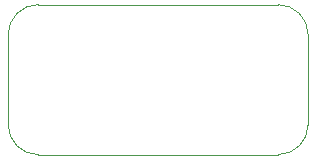
<source format=gbr>
%TF.GenerationSoftware,KiCad,Pcbnew,(6.0.7)*%
%TF.CreationDate,2023-03-26T16:07:27+02:00*%
%TF.ProjectId,MAX682 Test,4d415836-3832-4205-9465-73742e6b6963,rev?*%
%TF.SameCoordinates,PX46bb6c0PY6638f20*%
%TF.FileFunction,Profile,NP*%
%FSLAX46Y46*%
G04 Gerber Fmt 4.6, Leading zero omitted, Abs format (unit mm)*
G04 Created by KiCad (PCBNEW (6.0.7)) date 2023-03-26 16:07:27*
%MOMM*%
%LPD*%
G01*
G04 APERTURE LIST*
%TA.AperFunction,Profile*%
%ADD10C,0.100000*%
%TD*%
G04 APERTURE END LIST*
D10*
X2540000Y19050000D02*
G75*
G03*
X0Y16510000I0J-2540000D01*
G01*
X22860000Y6350000D02*
G75*
G03*
X25400000Y8890000I0J2540000D01*
G01*
X0Y16510000D02*
X0Y8890000D01*
X22860000Y19050000D02*
X2540000Y19050000D01*
X2540000Y6350000D02*
X22860000Y6350000D01*
X25400000Y16510000D02*
G75*
G03*
X22860000Y19050000I-2540000J0D01*
G01*
X25400000Y8890000D02*
X25400000Y16510000D01*
X0Y8890000D02*
G75*
G03*
X2540000Y6350000I2540000J0D01*
G01*
M02*

</source>
